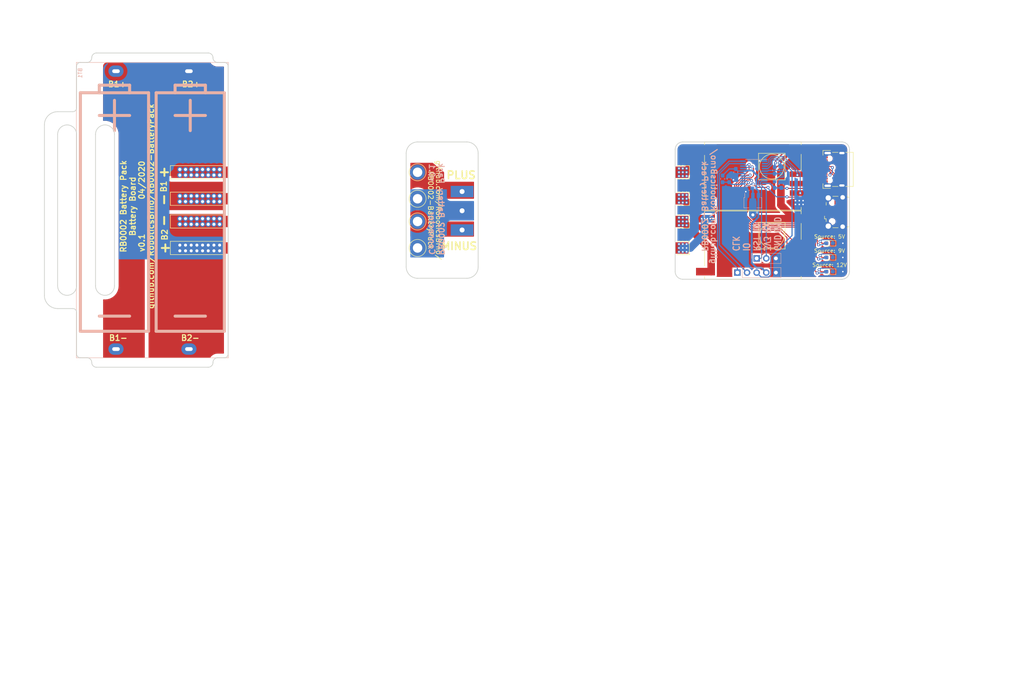
<source format=kicad_pcb>
(kicad_pcb (version 20171130) (host pcbnew 5.1.5-52549c5~86~ubuntu19.10.1)
  (layers (0 F.Cu signal) (31 B.Cu signal) (34 B.Paste user) (35 F.Paste user) (36 B.SilkS user) (37 F.SilkS user) (38 B.Mask user) (39 F.Mask user) (44 Edge.Cuts user))
  (net 0 "")
  (net 1 +3V3)
  (net 2 GND)
  (net 3 VBUS)
  (net 4 "Net-(D1-Pad2)")
  (net 5 "Net-(D2-Pad2)")
  (net 6 "Net-(D3-Pad2)")
  (net 7 D+)
  (net 8 D-)
  (net 9 RST)
  (net 10 SWCLK)
  (net 11 SWDIO)
  (net 12 RX)
  (net 13 TX)
  (net 14 "Net-(J13-Pad1)")
  (net 15 "Net-(J14-Pad1)")
  (net 16 "Net-(J15-Pad1)")
  (net 17 "Net-(J16-Pad1)")
  (net 18 "Net-(R5-Pad1)")
  (net 19 "Net-(R6-Pad1)")
  (net 20 "Net-(R7-Pad1)")
  (net 21 /VBUS_SENSE)
  (net 22 /OUT+)
  (net 23 /MID)
  (net 24 /OUT-)
  (net 25 /BP_B2+)
  (net 26 /BP_B2-)
  (net 27 /BP_B1-)
  (net 28 /BP_B1+)
  (net 29 B1_F)
  (net 30 B1_CH)
  (net 31 B2_F)
  (net 32 B2_CH)
  (module batteryPack:BAT_BK-18650-PC4 (layer B.Cu) (at 50 70 270)
    (fp_text reference BT1 (at -36.195 19.05 90) (layer B.SilkS) (effects (justify mirror)))
    (fp_text value BK-18650-PC4)
    (pad 2+ thru_hole oval (at -36.7 -9.65 270) (size 3 4) (drill oval 1 2) (layers *.Cu *.Mask) (net 25 /BP_B2+))
    (pad 2 thru_hole oval (at 36.7 -9.65 270) (size 3 4) (drill oval 1 2) (layers *.Cu *.Mask) (net 26 /BP_B2-))
    (pad 1 thru_hole oval (at 36.7 9.6 270) (size 3 4) (drill oval 1 2) (layers *.Cu *.Mask) (net 27 /BP_B1-))
    (pad 1+ thru_hole oval (at -36.7 9.6 270) (size 3 4) (drill oval 1 2) (layers *.Cu *.Mask) (net 28 /BP_B1+))
  )
  (module batteryPack:Terminal_1x03_P5.08mm_Horizontal (layer F.Cu) (at 131.75 75.25 90)
    (fp_text reference J6 hide)
    (fp_text value CableConnector)
    (pad 1 thru_hole rect (at 0 0 90) (size 3 6) (drill 1.3) (layers *.Cu *.Mask) (net 24 /OUT-))
    (pad 2 thru_hole rect (at 5.08 0 90) (size 3 6) (drill 1.3) (layers *.Cu *.Mask) (net 23 /MID))
    (pad 3 thru_hole rect (at 10.16 0 90) (size 3 6) (drill 1.3) (layers *.Cu *.Mask) (net 22 /OUT+))
  )
  (module batteryPack:TP5100-Module (layer F.Cu) (at 208.5 79.25 180)
    (fp_text reference U4 hide)
    (fp_text value TP5100-Module)
    (pad 7 smd rect (at -10.5 0.5 180) (size 5.5 1.5) (drill (offset -2 0)) (layers F.Cu F.Paste F.Mask) (net 31 B2_F))
    (pad 6 smd rect (at -10.5 -4.5 180) (size 5.5 1.5) (drill (offset -2 0)) (layers F.Cu F.Paste F.Mask) (net 32 B2_CH))
    (pad 5 smd rect (at -10.5 -2 180) (size 5.5 1.5) (drill (offset -2 0)) (layers F.Cu F.Paste F.Mask))
    (pad 4 smd rect (at 11 -7) (size 5 2) (drill (offset -1.5 0)) (layers F.Cu F.Paste F.Mask) (net 17 "Net-(J16-Pad1)"))
    (pad 3 smd rect (at 11 7) (size 5 2) (drill (offset -1.5 0)) (layers F.Cu F.Paste F.Mask) (net 16 "Net-(J15-Pad1)"))
    (pad 2 smd rect (at -11 7 180) (size 5 2) (drill (offset -1.5 0)) (layers F.Cu F.Paste F.Mask) (net 3 VBUS))
    (pad 1 smd rect (at -11 -7 180) (size 5 2) (drill (offset -1.5 0)) (layers F.Cu F.Paste F.Mask) (net 2 GND))
  )
  (module batteryPack:TP5100-Module (layer F.Cu) (at 208.5 61 180)
    (fp_text reference U1 hide)
    (fp_text value TP5100-Module)
    (pad 7 smd rect (at -10.5 0.5 180) (size 5.5 1.5) (drill (offset -2 0)) (layers F.Cu F.Paste F.Mask) (net 29 B1_F))
    (pad 6 smd rect (at -10.5 -4.5 180) (size 5.5 1.5) (drill (offset -2 0)) (layers F.Cu F.Paste F.Mask) (net 30 B1_CH))
    (pad 5 smd rect (at -10.5 -2 180) (size 5.5 1.5) (drill (offset -2 0)) (layers F.Cu F.Paste F.Mask))
    (pad 4 smd rect (at 11 -7) (size 5 2) (drill (offset -1.5 0)) (layers F.Cu F.Paste F.Mask) (net 15 "Net-(J14-Pad1)"))
    (pad 3 smd rect (at 11 7) (size 5 2) (drill (offset -1.5 0)) (layers F.Cu F.Paste F.Mask) (net 14 "Net-(J13-Pad1)"))
    (pad 2 smd rect (at -11 7 180) (size 5 2) (drill (offset -1.5 0)) (layers F.Cu F.Paste F.Mask) (net 3 VBUS))
    (pad 1 smd rect (at -11 -7 180) (size 5 2) (drill (offset -1.5 0)) (layers F.Cu F.Paste F.Mask) (net 2 GND))
  )
  (module Package_TO_SOT_SMD:SOT-89-3 (layer B.Cu) (at 208.5 67.75 270)
    (fp_text reference U3 hide)
    (fp_text value HT7533-1)
    (pad 2 smd custom (at -1.5625 0 270) (size 1.475 0.9) (layers B.Cu B.Paste B.Mask) (net 3 VBUS) (options (clearance outline) (anchor rect)) (primitives (gr_poly (pts (xy 0.7375 0.8665) (xy 3.8625 0.8665) (xy 3.8625 -0.8665) (xy 0.7375 -0.8665)) (width 0))))
    (pad 3 smd rect (at -1.65 -1.5 270) (size 1.3 0.9) (layers B.Cu B.Paste B.Mask) (net 1 +3V3))
    (pad 1 smd rect (at -1.65 1.5 270) (size 1.3 0.9) (layers B.Cu B.Paste B.Mask) (net 2 GND))
  )
  (module Package_SO:TSSOP-20_4.4x6.5mm_P0.65mm (layer B.Cu) (at 208.75 60 180)
    (fp_text reference U2 hide)
    (fp_text value STM32F030F4Px)
    (pad 20 smd roundrect (at 2.8625 2.925 180) (size 1.475 0.4) (layers B.Cu B.Paste B.Mask) (net 10 SWCLK))
    (pad 19 smd roundrect (at 2.8625 2.275 180) (size 1.475 0.4) (layers B.Cu B.Paste B.Mask) (net 11 SWDIO))
    (pad 18 smd roundrect (at 2.8625 1.625 180) (size 1.475 0.4) (layers B.Cu B.Paste B.Mask) (net 32 B2_CH))
    (pad 17 smd roundrect (at 2.8625 0.975 180) (size 1.475 0.4) (layers B.Cu B.Paste B.Mask) (net 20 "Net-(R7-Pad1)"))
    (pad 16 smd roundrect (at 2.8625 0.325 180) (size 1.475 0.4) (layers B.Cu B.Paste B.Mask) (net 1 +3V3))
    (pad 15 smd roundrect (at 2.8625 -0.325 180) (size 1.475 0.4) (layers B.Cu B.Paste B.Mask) (net 2 GND))
    (pad 14 smd roundrect (at 2.8625 -0.975 180) (size 1.475 0.4) (layers B.Cu B.Paste B.Mask) (net 31 B2_F))
    (pad 13 smd roundrect (at 2.8625 -1.625 180) (size 1.475 0.4) (layers B.Cu B.Paste B.Mask) (net 19 "Net-(R6-Pad1)"))
    (pad 12 smd roundrect (at 2.8625 -2.275 180) (size 1.475 0.4) (layers B.Cu B.Paste B.Mask) (net 18 "Net-(R5-Pad1)"))
    (pad 11 smd roundrect (at 2.8625 -2.925 180) (size 1.475 0.4) (layers B.Cu B.Paste B.Mask) (net 8 D-))
    (pad 10 smd roundrect (at -2.8625 -2.925 180) (size 1.475 0.4) (layers B.Cu B.Paste B.Mask) (net 7 D+))
    (pad 9 smd roundrect (at -2.8625 -2.275 180) (size 1.475 0.4) (layers B.Cu B.Paste B.Mask) (net 12 RX))
    (pad 8 smd roundrect (at -2.8625 -1.625 180) (size 1.475 0.4) (layers B.Cu B.Paste B.Mask) (net 13 TX))
    (pad 7 smd roundrect (at -2.8625 -0.975 180) (size 1.475 0.4) (layers B.Cu B.Paste B.Mask))
    (pad 6 smd roundrect (at -2.8625 -0.325 180) (size 1.475 0.4) (layers B.Cu B.Paste B.Mask) (net 21 /VBUS_SENSE))
    (pad 5 smd roundrect (at -2.8625 0.325 180) (size 1.475 0.4) (layers B.Cu B.Paste B.Mask) (net 1 +3V3))
    (pad 4 smd roundrect (at -2.8625 0.975 180) (size 1.475 0.4) (layers B.Cu B.Paste B.Mask) (net 9 RST))
    (pad 3 smd roundrect (at -2.8625 1.625 180) (size 1.475 0.4) (layers B.Cu B.Paste B.Mask) (net 29 B1_F))
    (pad 2 smd roundrect (at -2.8625 2.275 180) (size 1.475 0.4) (layers B.Cu B.Paste B.Mask) (net 30 B1_CH))
    (pad 1 smd roundrect (at -2.8625 2.925 180) (size 1.475 0.4) (layers B.Cu B.Paste B.Mask) (net 2 GND))
  )
  (module Resistor_SMD:R_0603_1608Metric_Pad1.05x0.95mm_HandSolder (layer B.Cu) (at 216 59.5 90)
    (fp_text reference R9 hide)
    (fp_text value 10k)
    (pad 2 smd roundrect (at 0.875 0 90) (size 1.05 0.95) (layers B.Cu B.Paste B.Mask) (net 2 GND))
    (pad 1 smd roundrect (at -0.875 0 90) (size 1.05 0.95) (layers B.Cu B.Paste B.Mask) (net 21 /VBUS_SENSE))
  )
  (module Resistor_SMD:R_0603_1608Metric_Pad1.05x0.95mm_HandSolder (layer B.Cu) (at 214.25 59.5 270)
    (fp_text reference R8 hide)
    (fp_text value 62k)
    (pad 2 smd roundrect (at 0.875 0 270) (size 1.05 0.95) (layers B.Cu B.Paste B.Mask) (net 21 /VBUS_SENSE))
    (pad 1 smd roundrect (at -0.875 0 270) (size 1.05 0.95) (layers B.Cu B.Paste B.Mask) (net 3 VBUS))
  )
  (module Resistor_SMD:R_0603_1608Metric_Pad1.05x0.95mm_HandSolder (layer B.Cu) (at 228.75 86.25)
    (fp_text reference R7 hide)
    (fp_text value 1k)
    (pad 2 smd roundrect (at 0.875 0) (size 1.05 0.95) (layers B.Cu B.Paste B.Mask) (net 6 "Net-(D3-Pad2)"))
    (pad 1 smd roundrect (at -0.875 0) (size 1.05 0.95) (layers B.Cu B.Paste B.Mask) (net 20 "Net-(R7-Pad1)"))
  )
  (module Resistor_SMD:R_0603_1608Metric_Pad1.05x0.95mm_HandSolder (layer B.Cu) (at 228.75 82.5)
    (fp_text reference R6 hide)
    (fp_text value 1k)
    (pad 2 smd roundrect (at 0.875 0) (size 1.05 0.95) (layers B.Cu B.Paste B.Mask) (net 5 "Net-(D2-Pad2)"))
    (pad 1 smd roundrect (at -0.875 0) (size 1.05 0.95) (layers B.Cu B.Paste B.Mask) (net 19 "Net-(R6-Pad1)"))
  )
  (module Resistor_SMD:R_0603_1608Metric_Pad1.05x0.95mm_HandSolder (layer B.Cu) (at 228.75 78.75)
    (fp_text reference R5 hide)
    (fp_text value 1k)
    (pad 2 smd roundrect (at 0.875 0) (size 1.05 0.95) (layers B.Cu B.Paste B.Mask) (net 4 "Net-(D1-Pad2)"))
    (pad 1 smd roundrect (at -0.875 0) (size 1.05 0.95) (layers B.Cu B.Paste B.Mask) (net 18 "Net-(R5-Pad1)"))
  )
  (module Resistor_SMD:R_0603_1608Metric_Pad1.05x0.95mm_HandSolder (layer B.Cu) (at 216 63.25 90)
    (fp_text reference R4 hide)
    (fp_text value 2k4)
    (pad 2 smd roundrect (at 0.875 0 90) (size 1.05 0.95) (layers B.Cu B.Paste B.Mask) (net 2 GND))
    (pad 1 smd roundrect (at -0.875 0 90) (size 1.05 0.95) (layers B.Cu B.Paste B.Mask) (net 7 D+))
  )
  (module Resistor_SMD:R_0603_1608Metric_Pad1.05x0.95mm_HandSolder (layer B.Cu) (at 214.25 63.25 270)
    (fp_text reference R3 hide)
    (fp_text value 10k)
    (pad 2 smd roundrect (at 0.875 0 270) (size 1.05 0.95) (layers B.Cu B.Paste B.Mask) (net 7 D+))
    (pad 1 smd roundrect (at -0.875 0 270) (size 1.05 0.95) (layers B.Cu B.Paste B.Mask) (net 1 +3V3))
  )
  (module Resistor_SMD:R_0603_1608Metric_Pad1.05x0.95mm_HandSolder (layer B.Cu) (at 202.25 61.75 90)
    (fp_text reference R2 hide)
    (fp_text value 2k4)
    (pad 2 smd roundrect (at 0.875 0 90) (size 1.05 0.95) (layers B.Cu B.Paste B.Mask) (net 2 GND))
    (pad 1 smd roundrect (at -0.875 0 90) (size 1.05 0.95) (layers B.Cu B.Paste B.Mask) (net 8 D-))
  )
  (module Resistor_SMD:R_0603_1608Metric_Pad1.05x0.95mm_HandSolder (layer B.Cu) (at 200.5 61.75 270)
    (fp_text reference R1 hide)
    (fp_text value 10k)
    (pad 2 smd roundrect (at 0.875 0 270) (size 1.05 0.95) (layers B.Cu B.Paste B.Mask) (net 8 D-))
    (pad 1 smd roundrect (at -0.875 0 270) (size 1.05 0.95) (layers B.Cu B.Paste B.Mask) (net 1 +3V3))
  )
  (module batteryPack:USB_C_Female-16Pin-HPJF (layer F.Cu) (at 227.25 59.25 90)
    (fp_text reference P1 hide)
    (fp_text value USB-C)
    (pad A12 smd rect (at 3.35 0 90) (size 0.3 2) (layers F.Cu F.Paste F.Mask) (net 2 GND))
    (pad B1 smd rect (at 3.05 0 90) (size 0.3 2) (layers F.Cu F.Paste F.Mask) (net 2 GND))
    (pad A9 smd rect (at 2.55 0 90) (size 0.3 2) (layers F.Cu F.Paste F.Mask) (net 3 VBUS))
    (pad B4 smd rect (at 2.25 0 90) (size 0.3 2) (layers F.Cu F.Paste F.Mask) (net 3 VBUS))
    (pad B9 smd rect (at -2.25 0 90) (size 0.3 2) (layers F.Cu F.Paste F.Mask) (net 3 VBUS))
    (pad A4 smd rect (at -2.55 0 90) (size 0.3 2) (layers F.Cu F.Paste F.Mask) (net 3 VBUS))
    (pad B12 smd rect (at -3.05 0 90) (size 0.3 2) (layers F.Cu F.Paste F.Mask) (net 2 GND))
    (pad A1 smd rect (at -3.35 0 90) (size 0.3 2) (layers F.Cu F.Paste F.Mask) (net 2 GND))
    (pad "" np_thru_hole circle (at 2.89 1.5 180) (size 0.7 0.7) (drill 0.7) (layers *.Cu *.Mask))
    (pad "" np_thru_hole circle (at -2.89 1.5 180) (size 0.7 0.7) (drill 0.7) (layers *.Cu *.Mask))
    (pad S1 thru_hole oval (at 4.32 4.75 90) (size 1 1.8) (drill oval 0.6 1.4) (layers *.Cu *.Mask) (net 2 GND))
    (pad S1 thru_hole oval (at -4.25 4.75 90) (size 1 1.8) (drill oval 0.6 1.4) (layers *.Cu *.Mask) (net 2 GND))
    (pad S1 thru_hole oval (at 4.32 1 90) (size 1 2.1) (drill oval 0.6 1.7) (layers *.Cu *.Mask) (net 2 GND))
    (pad S1 thru_hole oval (at -4.32 1 90) (size 1 2.1) (drill oval 0.6 1.7) (layers *.Cu *.Mask) (net 2 GND))
    (pad B5 smd rect (at 1.75 0 90) (size 0.3 2) (layers F.Cu F.Paste F.Mask))
    (pad B8 smd rect (at -1.75 0 90) (size 0.3 2) (layers F.Cu F.Paste F.Mask))
    (pad A8 smd rect (at 1.25 0 90) (size 0.3 2) (layers F.Cu F.Paste F.Mask))
    (pad A5 smd rect (at -1.25 0 90) (size 0.3 2) (layers F.Cu F.Paste F.Mask))
    (pad B6 smd rect (at 0.75 0 90) (size 0.3 2) (layers F.Cu F.Paste F.Mask) (net 7 D+))
    (pad B7 smd rect (at -0.75 0 90) (size 0.3 2) (layers F.Cu F.Paste F.Mask) (net 8 D-))
    (pad A7 smd rect (at 0.25 0 90) (size 0.3 2) (layers F.Cu F.Paste F.Mask) (net 8 D-))
    (pad A6 smd rect (at -0.25 0 90) (size 0.3 2) (layers F.Cu F.Paste F.Mask) (net 7 D+))
  )
  (module batteryPack:2mm_Banana-Plug (layer F.Cu) (at 188 73 90)
    (fp_text reference J16 hide)
    (fp_text value B2-)
    (pad 1 smd rect (at 0 1.75 90) (size 3 3.5) (layers F.Cu F.Paste F.Mask) (net 17 "Net-(J16-Pad1)"))
  )
  (module batteryPack:2mm_Banana-Plug (layer F.Cu) (at 188 80 90)
    (fp_text reference J15 hide)
    (fp_text value B2+)
    (pad 1 smd rect (at 0 1.75 90) (size 3 3.5) (layers F.Cu F.Paste F.Mask) (net 16 "Net-(J15-Pad1)"))
  )
  (module batteryPack:2mm_Banana-Plug (layer F.Cu) (at 188 67 90)
    (fp_text reference J14 hide)
    (fp_text value B1-)
    (pad 1 smd rect (at 0 1.75 90) (size 3 3.5) (layers F.Cu F.Paste F.Mask) (net 15 "Net-(J14-Pad1)"))
  )
  (module batteryPack:2mm_Banana-Plug (layer F.Cu) (at 188 60 90)
    (fp_text reference J13 hide)
    (fp_text value B1+)
    (pad 1 smd rect (at 0 1.75 90) (size 3 3.5) (layers F.Cu F.Paste F.Mask) (net 14 "Net-(J13-Pad1)"))
  )
  (module batteryPack:2mm_Banana-Socket (layer F.Cu) (at 70 73 270)
    (fp_text reference J12 hide)
    (fp_text value B2-)
    (pad 1 smd rect (at 0 7.5 270) (size 3 15) (layers F.Cu F.Paste F.Mask) (net 26 /BP_B2-))
  )
  (module batteryPack:2mm_Banana-Socket (layer F.Cu) (at 70 67 270)
    (fp_text reference J11 hide)
    (fp_text value B1-)
    (pad 1 smd rect (at 0 7.5 270) (size 3 15) (layers F.Cu F.Paste F.Mask) (net 27 /BP_B1-))
  )
  (module batteryPack:2mm_Banana-Socket (layer F.Cu) (at 70 60 270)
    (fp_text reference J10 hide)
    (fp_text value B1+)
    (pad 1 smd rect (at 0 7.5 270) (size 3 15) (layers F.Cu F.Paste F.Mask) (net 28 /BP_B1+))
  )
  (module batteryPack:2mm_Banana-Socket (layer F.Cu) (at 70 80 270)
    (fp_text reference J9 hide)
    (fp_text value B2+)
    (pad 1 smd rect (at 0 7.5 270) (size 3 15) (layers F.Cu F.Paste F.Mask) (net 25 /BP_B2+))
  )
  (module Connector_PinHeader_2.54mm:PinHeader_1x03_P2.54mm_Vertical (layer B.Cu) (at 209.5 82.75 270)
    (fp_text reference J8 hide)
    (fp_text value UART)
    (pad 3 thru_hole oval (at 0 -5.08 270) (size 1.7 1.7) (drill 1) (layers *.Cu *.Mask) (net 2 GND))
    (pad 2 thru_hole oval (at 0 -2.54 270) (size 1.7 1.7) (drill 1) (layers *.Cu *.Mask) (net 12 RX))
    (pad 1 thru_hole rect (at 0 0 270) (size 1.7 1.7) (drill 1) (layers *.Cu *.Mask) (net 13 TX))
  )
  (module Connector_PinHeader_2.54mm:PinHeader_1x05_P2.54mm_Vertical (layer B.Cu) (at 204.42 86.5 270)
    (fp_text reference J7 hide)
    (fp_text value SWD)
    (pad 5 thru_hole oval (at 0 -10.16 270) (size 1.7 1.7) (drill 1) (layers *.Cu *.Mask) (net 2 GND))
    (pad 4 thru_hole oval (at 0 -7.62 270) (size 1.7 1.7) (drill 1) (layers *.Cu *.Mask) (net 1 +3V3))
    (pad 3 thru_hole oval (at 0 -5.08 270) (size 1.7 1.7) (drill 1) (layers *.Cu *.Mask) (net 9 RST))
    (pad 2 thru_hole oval (at 0 -2.54 270) (size 1.7 1.7) (drill 1) (layers *.Cu *.Mask) (net 11 SWDIO))
    (pad 1 thru_hole rect (at 0 0 270) (size 1.7 1.7) (drill 1) (layers *.Cu *.Mask) (net 10 SWCLK))
  )
  (module batteryPack:2mm_Banana-Vertical (layer F.Cu) (at 120 80)
    (fp_text reference J5 hide)
    (fp_text value B2+)
    (pad 1 thru_hole circle (at 0 0) (size 4 4) (drill 2.5) (layers *.Cu *.Mask) (net 23 /MID))
  )
  (module batteryPack:2mm_Banana-Vertical (layer F.Cu) (at 120 73)
    (fp_text reference J4 hide)
    (fp_text value B2-)
    (pad 1 thru_hole circle (at 0 0) (size 4 4) (drill 2.5) (layers *.Cu *.Mask) (net 24 /OUT-))
  )
  (module batteryPack:2mm_Banana-Vertical (layer F.Cu) (at 120 67)
    (fp_text reference J3 hide)
    (fp_text value B1-)
    (pad 1 thru_hole circle (at 0 0) (size 4 4) (drill 2.5) (layers *.Cu *.Mask) (net 23 /MID))
  )
  (module batteryPack:2mm_Banana-Vertical (layer F.Cu) (at 120 60)
    (fp_text reference J2 hide)
    (fp_text value B1+)
    (pad 1 thru_hole circle (at 0 0) (size 4 4) (drill 2.5) (layers *.Cu *.Mask) (net 22 /OUT+))
  )
  (module Connector_USB:USB_Micro-B_Wuerth_629105150521_CircularHoles (layer F.Cu) (at 230.25 70.5 90)
    (fp_text reference J1 hide)
    (fp_text value "Mirco USB")
    (pad "" np_thru_hole circle (at 2.5 -0.8 90) (size 0.8 0.8) (drill 0.8) (layers *.Cu *.Mask))
    (pad "" np_thru_hole circle (at -2.5 -0.8 90) (size 0.8 0.8) (drill 0.8) (layers *.Cu *.Mask))
    (pad 6 thru_hole circle (at 3.875 1.95 90) (size 1.8 1.8) (drill 1.2) (layers *.Cu *.Mask) (net 2 GND))
    (pad 6 thru_hole circle (at -3.875 1.95 90) (size 1.8 1.8) (drill 1.2) (layers *.Cu *.Mask) (net 2 GND))
    (pad 6 thru_hole circle (at 3.725 -1.85 90) (size 2 2) (drill 1.4) (layers *.Cu *.Mask) (net 2 GND))
    (pad 6 thru_hole circle (at -3.725 -1.85 90) (size 2 2) (drill 1.4) (layers *.Cu *.Mask) (net 2 GND))
    (pad 5 smd rect (at 1.3 -1.9 90) (size 0.45 1.3) (layers F.Cu F.Paste F.Mask) (net 2 GND))
    (pad 4 smd rect (at 0.65 -1.9 90) (size 0.45 1.3) (layers F.Cu F.Paste F.Mask))
    (pad 3 smd rect (at 0 -1.9 90) (size 0.45 1.3) (layers F.Cu F.Paste F.Mask) (net 7 D+))
    (pad 2 smd rect (at -0.65 -1.9 90) (size 0.45 1.3) (layers F.Cu F.Paste F.Mask) (net 8 D-))
    (pad 1 smd rect (at -1.3 -1.9 90) (size 0.45 1.3) (layers F.Cu F.Paste F.Mask) (net 3 VBUS))
  )
  (module MountingHole:MountingHole_3.2mm_M3 (layer F.Cu) (at 129 84)
    (fp_text reference H2 hide)
    (fp_text value MountingHole)
    (pad 1 np_thru_hole circle (at 0 0) (size 3.2 3.2) (drill 3.2) (layers *.Cu *.Mask))
  )
  (module MountingHole:MountingHole_3.2mm_M3 (layer F.Cu) (at 129 56)
    (fp_text reference H1 hide)
    (fp_text value MountingHole)
    (pad 1 np_thru_hole circle (at 0 0) (size 3.2 3.2) (drill 3.2) (layers *.Cu *.Mask))
  )
  (module LED_SMD:LED_0603_1608Metric_Pad1.05x0.95mm_HandSolder (layer F.Cu) (at 228.75 86.25 180)
    (fp_text reference D3 hide)
    (fp_text value LED_12V)
    (pad 1 smd roundrect (at -0.875 0 180) (size 1.05 0.95) (layers F.Cu F.Paste F.Mask) (net 2 GND))
    (pad 2 smd roundrect (at 0.875 0 180) (size 1.05 0.95) (layers F.Cu F.Paste F.Mask) (net 6 "Net-(D3-Pad2)"))
  )
  (module LED_SMD:LED_0603_1608Metric_Pad1.05x0.95mm_HandSolder (layer F.Cu) (at 228.75 82.5 180)
    (fp_text reference D2 hide)
    (fp_text value LED_9V)
    (pad 1 smd roundrect (at -0.875 0 180) (size 1.05 0.95) (layers F.Cu F.Paste F.Mask) (net 2 GND))
    (pad 2 smd roundrect (at 0.875 0 180) (size 1.05 0.95) (layers F.Cu F.Paste F.Mask) (net 5 "Net-(D2-Pad2)"))
  )
  (module LED_SMD:LED_0603_1608Metric_Pad1.05x0.95mm_HandSolder (layer F.Cu) (at 228.75 78.75 180)
    (fp_text reference D1 hide)
    (fp_text value LED_5V)
    (pad 1 smd roundrect (at -0.875 0 180) (size 1.05 0.95) (layers F.Cu F.Paste F.Mask) (net 2 GND))
    (pad 2 smd roundrect (at 0.875 0 180) (size 1.05 0.95) (layers F.Cu F.Paste F.Mask) (net 4 "Net-(D1-Pad2)"))
  )
  (module Capacitor_SMD:C_0603_1608Metric_Pad1.05x0.95mm_HandSolder (layer B.Cu) (at 207.5 64.25)
    (fp_text reference C2 hide)
    (fp_text value 470n)
    (pad 2 smd roundrect (at 0.875 0) (size 1.05 0.95) (layers B.Cu B.Paste B.Mask) (net 3 VBUS))
    (pad 1 smd roundrect (at -0.875 0) (size 1.05 0.95) (layers B.Cu B.Paste B.Mask) (net 2 GND))
  )
  (module Capacitor_SMD:C_0603_1608Metric_Pad1.05x0.95mm_HandSolder (layer B.Cu) (at 204 60 90)
    (fp_text reference C1 hide)
    (fp_text value 470n)
    (pad 2 smd roundrect (at 0.875 0 90) (size 1.05 0.95) (layers B.Cu B.Paste B.Mask) (net 1 +3V3))
    (pad 1 smd roundrect (at -0.875 0 90) (size 1.05 0.95) (layers B.Cu B.Paste B.Mask) (net 2 GND))
  )
  (gr_line (start 31 109) (end 32.75 109) (layer Edge.Cuts) (width 0.2))
  (gr_line (start 67.25 109) (end 69 109) (layer Edge.Cuts) (width 0.2))
  (gr_arc (start 67.25 110.25) (end 67.25 109) (angle -90) (layer Edge.Cuts) (width 0.2))
  (gr_arc (start 35.25 110.25) (end 34 110.25) (angle -90) (layer Edge.Cuts) (width 0.2))
  (gr_line (start 35.25 111.5) (end 64.75 111.5) (layer Edge.Cuts) (width 0.2))
  (gr_arc (start 64.75 110.25) (end 64.75 111.5) (angle -90) (layer Edge.Cuts) (width 0.2))
  (gr_arc (start 32.75 110.25) (end 34 110.25) (angle -90) (layer Edge.Cuts) (width 0.2))
  (gr_line (start 32.75 31) (end 31 31) (layer Edge.Cuts) (width 0.2))
  (gr_line (start 69 31) (end 67.25 31) (layer Edge.Cuts) (width 0.2))
  (gr_arc (start 35.25 29.75) (end 35.25 28.5) (angle -90) (layer Edge.Cuts) (width 0.2))
  (gr_arc (start 32.75 29.75) (end 32.75 31) (angle -90) (layer Edge.Cuts) (width 0.2))
  (gr_arc (start 67.25 29.75) (end 66 29.75) (angle -90) (layer Edge.Cuts) (width 0.2))
  (gr_arc (start 64.75 29.75) (end 66 29.75) (angle -90) (layer Edge.Cuts) (width 0.2))
  (gr_line (start 64.75 28.5) (end 35.25 28.5) (layer Edge.Cuts) (width 0.2))
  (gr_line (start 21.5 47.5) (end 21.5 92.5) (layer Edge.Cuts) (width 0.2))
  (gr_arc (start 25 92.5) (end 21.5 92.5) (angle -90) (layer Edge.Cuts) (width 0.2))
  (gr_line (start 29 96) (end 25 96) (layer Edge.Cuts) (width 0.2))
  (gr_arc (start 25 47.5) (end 25 44) (angle -90) (layer Edge.Cuts) (width 0.2))
  (gr_line (start 29 44) (end 25 44) (layer Edge.Cuts) (width 0.2))
  (gr_line (start 25 50) (end 25 90) (layer Edge.Cuts) (width 0.2))
  (gr_arc (start 27.5 50) (end 30 50) (angle -180) (layer Edge.Cuts) (width 0.2))
  (gr_arc (start 27.5 90) (end 25 90) (angle -180) (layer Edge.Cuts) (width 0.2))
  (gr_line (start 30 50) (end 30 90) (layer Edge.Cuts) (width 0.2))
  (gr_arc (start 29 97) (end 30 97) (angle -90) (layer Edge.Cuts) (width 0.2))
  (gr_line (start 30 97) (end 30 108) (layer Edge.Cuts) (width 0.2))
  (gr_arc (start 29 43) (end 29 44) (angle -90) (layer Edge.Cuts) (width 0.2))
  (gr_line (start 30 32) (end 30 43) (layer Edge.Cuts) (width 0.2))
  (gr_line (start 40 50) (end 40 90) (layer Edge.Cuts) (width 0.2))
  (gr_arc (start 37.5 50) (end 40 50) (angle -180) (layer Edge.Cuts) (width 0.2))
  (gr_line (start 35 50) (end 35 90) (layer Edge.Cuts) (width 0.2))
  (gr_arc (start 37.5 90) (end 35 90) (angle -180) (layer Edge.Cuts) (width 0.2))
  (gr_text "github.com/RoboticsBrno/\nRB0002-BatteryPack" (at 124.5 70 270) (layer F.SilkS) (effects (font (size 1.3 1.3) (thickness 0.2))))
  (gr_text "RB0002 Battery Pack\nConnector       v0.1" (at 125 69.75 270) (layer B.SilkS) (effects (font (size 1.5 1.5) (thickness 0.3)) (justify mirror)))
  (gr_arc (start 232 86.25) (end 232 88.25) (angle -90) (layer Edge.Cuts) (width 0.2))
  (gr_arc (start 190 86.25) (end 188 86.25) (angle -90) (layer Edge.Cuts) (width 0.2))
  (gr_arc (start 190 54) (end 190 52) (angle -90) (layer Edge.Cuts) (width 0.2))
  (gr_arc (start 232 54) (end 234 54) (angle -90) (layer Edge.Cuts) (width 0.2))
  (gr_text "github.com/RoboticsBrno/\nRB0002-BatteryPack" (at 197 69 270) (layer B.SilkS) (effects (font (size 1.5 1.5) (thickness 0.3)) (justify mirror)))
  (gr_text "GND\nRX\nTX" (at 212.25 76.25 270) (layer B.SilkS) (effects (font (size 1.7 1.4) (thickness 0.3)) (justify left mirror)))
  (gr_text "GND\n3V3\nRST\nIO\nCLK" (at 209.5 81 270) (layer B.SilkS) (effects (font (size 1.7 1.4) (thickness 0.3)) (justify left mirror)))
  (gr_text "Source: 12V" (at 228.75 84.5) (layer F.SilkS) (effects (font (size 1 1))))
  (gr_text "Source: 9V" (at 228.75 80.75) (layer F.SilkS) (effects (font (size 1 1))))
  (gr_text "Source: 5V" (at 228.75 77) (layer F.SilkS) (effects (font (size 1 1))))
  (gr_arc (start 69 32) (end 70 32) (angle -90) (layer Edge.Cuts) (width 0.2))
  (gr_arc (start 31 32) (end 31 31) (angle -90) (layer Edge.Cuts) (width 0.2))
  (gr_arc (start 31 108) (end 30 108) (angle -90) (layer Edge.Cuts) (width 0.2))
  (gr_arc (start 69 108) (end 69 109) (angle -90) (layer Edge.Cuts) (width 0.2))
  (gr_text "RB0002 Battery Pack\nBattery Board\nv0.1        04/2020\ngithub.com/RoboticsBrno/RB0002-BatteryPack" (at 46 69 90) (layer F.SilkS) (effects (font (size 1.5 1.5) (thickness 0.3))))
  (gr_line (start 36 39) (end 36 37) (layer B.SilkS) (width 0.8))
  (gr_line (start 44 37) (end 44 39) (layer B.SilkS) (width 0.8))
  (gr_line (start 36 98) (end 44 98) (layer B.SilkS) (width 0.8))
  (gr_line (start 49 102) (end 31 102) (layer B.SilkS) (width 0.8))
  (gr_line (start 49 39) (end 49 102) (layer B.SilkS) (width 0.8))
  (gr_line (start 31 102) (end 31 39) (layer B.SilkS) (width 0.8))
  (gr_line (start 36 37) (end 44 37) (layer B.SilkS) (width 0.8))
  (gr_line (start 31 39) (end 49 39) (layer B.SilkS) (width 0.8))
  (gr_line (start 40 41) (end 40 49) (layer B.SilkS) (width 0.8))
  (gr_line (start 36 45) (end 44 45) (layer B.SilkS) (width 0.8))
  (gr_line (start 56 98) (end 64 98) (layer B.SilkS) (width 0.8))
  (gr_line (start 51 39) (end 69 39) (layer B.SilkS) (width 0.8))
  (gr_line (start 69 102) (end 51 102) (layer B.SilkS) (width 0.8))
  (gr_line (start 51 102) (end 51 39) (layer B.SilkS) (width 0.8))
  (gr_line (start 56 39) (end 56 37) (layer B.SilkS) (width 0.8))
  (gr_line (start 56 37) (end 64 37) (layer B.SilkS) (width 0.8))
  (gr_line (start 60 41) (end 60 49) (layer B.SilkS) (width 0.8))
  (gr_line (start 64 37) (end 64 39) (layer B.SilkS) (width 0.8))
  (gr_line (start 56 45) (end 64 45) (layer B.SilkS) (width 0.8))
  (gr_line (start 69 39) (end 69 102) (layer B.SilkS) (width 0.8))
  (gr_text B1- (at 41 103.75) (layer F.SilkS) (effects (font (size 1.5 1.5) (thickness 0.3))))
  (gr_text B2- (at 60 103.75) (layer F.SilkS) (effects (font (size 1.5 1.5) (thickness 0.3))))
  (gr_text B2+ (at 60.25 36.75) (layer F.SilkS) (effects (font (size 1.5 1.5) (thickness 0.3))))
  (gr_text B1+ (at 40.75 36.75) (layer F.SilkS) (effects (font (size 1.5 1.5) (thickness 0.3))))
  (gr_text B1 (at 53 63.75 90) (layer F.SilkS) (effects (font (size 1.5 1.5) (thickness 0.3))))
  (gr_text B2 (at 53.25 76.5 90) (layer F.SilkS) (effects (font (size 1.5 1.5) (thickness 0.3))))
  (gr_text + (at 53.25 80 90) (layer F.SilkS) (effects (font (size 2.5 2.5) (thickness 0.5))))
  (gr_text _ (at 51.75 72.75 90) (layer F.SilkS) (effects (font (size 2.5 2.5) (thickness 0.5))))
  (gr_text _ (at 51.75 67.25 90) (layer F.SilkS) (effects (font (size 2.5 2.5) (thickness 0.5))))
  (gr_text + (at 53 60 90) (layer F.SilkS) (effects (font (size 2.5 2.5) (thickness 0.5))))
  (gr_arc (start 120 55) (end 120 52) (angle -90) (layer Edge.Cuts) (width 0.2))
  (gr_arc (start 120 85) (end 117 85) (angle -90) (layer Edge.Cuts) (width 0.2))
  (gr_arc (start 133 85) (end 133 88) (angle -90) (layer Edge.Cuts) (width 0.2))
  (gr_arc (start 133 55) (end 136 55) (angle -90) (layer Edge.Cuts) (width 0.2))
  (gr_text MINUS (at 131 79.5) (layer F.SilkS) (effects (font (size 2 2) (thickness 0.4))))
  (gr_text PLUS (at 131.5 60.75) (layer F.SilkS) (effects (font (size 2 2) (thickness 0.4))))
  (gr_line (start 70 32) (end 70 108) (layer Edge.Cuts) (width 0.2))
  (gr_line (start 120 52) (end 133 52) (layer Edge.Cuts) (width 0.2))
  (gr_line (start 117 85) (end 117 55) (layer Edge.Cuts) (width 0.2))
  (gr_line (start 133 88) (end 120 88) (layer Edge.Cuts) (width 0.2))
  (gr_line (start 136 55) (end 136 85) (layer Edge.Cuts) (width 0.2))
  (gr_line (start 232 88.25) (end 190 88.25) (layer Edge.Cuts) (width 0.2))
  (gr_line (start 234 54) (end 234 86.25) (layer Edge.Cuts) (width 0.2))
  (gr_line (start 190 52) (end 232 52) (layer Edge.Cuts) (width 0.2))
  (gr_line (start 188 86.25) (end 188 54) (layer Edge.Cuts) (width 0.2))
  (segment (start 204.55 59.675) (end 205.8875 59.675) (width 0.3) (layer B.Cu) (net 1))
  (segment (start 204 59.125) (end 204.55 59.675) (width 0.3) (layer B.Cu) (net 1))
  (segment (start 202.25 59.125) (end 204 59.125) (width 0.3) (layer B.Cu) (net 1))
  (segment (start 200.5 60.875) (end 202.25 59.125) (width 0.3) (layer B.Cu) (net 1))
  (segment (start 210.775 59.675) (end 210 60.45) (width 0.3) (layer B.Cu) (net 1))
  (segment (start 210 60.45) (end 210 61.25) (width 0.3) (layer B.Cu) (net 1))
  (segment (start 211.6125 59.675) (end 210.775 59.675) (width 0.3) (layer B.Cu) (net 1))
  (segment (start 215.37499 61.25001) (end 214.749072 61.875928) (width 0.3) (layer B.Cu) (net 1))
  (segment (start 216.49999 61.25001) (end 215.37499 61.25001) (width 0.3) (layer B.Cu) (net 1))
  (segment (start 216.82501 60.92499) (end 216.49999 61.25001) (width 0.3) (layer B.Cu) (net 1))
  (segment (start 211.6125 59.675) (end 212.45 59.675) (width 0.3) (layer B.Cu) (net 1))
  (segment (start 212.625 59.5) (end 216.5 59.5) (width 0.3) (layer B.Cu) (net 1))
  (segment (start 216.82501 59.82501) (end 216.82501 60.92499) (width 0.3) (layer B.Cu) (net 1))
  (segment (start 214.749072 61.875928) (end 214.25 62.375) (width 0.3) (layer B.Cu) (net 1))
  (segment (start 212.45 59.675) (end 212.625 59.5) (width 0.3) (layer B.Cu) (net 1))
  (segment (start 216.5 59.5) (end 216.82501 59.82501) (width 0.3) (layer B.Cu) (net 1))
  (segment (start 209.95001 66.14999) (end 210 66.1) (width 0.5) (layer B.Cu) (net 1))
  (segment (start 209.95001 71.850613) (end 209.95001 66.14999) (width 0.5) (layer B.Cu) (net 1))
  (segment (start 208.199999 73.600624) (end 209.95001 71.850613) (width 0.5) (layer B.Cu) (net 1))
  (segment (start 208.199999 83.960001) (end 208.199999 73.600624) (width 0.5) (layer B.Cu) (net 1))
  (segment (start 210.739999 85.199999) (end 209.439997 85.199999) (width 0.5) (layer B.Cu) (net 1))
  (segment (start 209.439997 85.199999) (end 208.199999 83.960001) (width 0.5) (layer B.Cu) (net 1))
  (segment (start 212.04 86.5) (end 210.739999 85.199999) (width 0.5) (layer B.Cu) (net 1))
  (segment (start 209.424971 64.374971) (end 209.424971 61.825029) (width 0.5) (layer B.Cu) (net 1))
  (segment (start 209.424971 61.825029) (end 210 61.25) (width 0.5) (layer B.Cu) (net 1))
  (segment (start 206.964493 59.520398) (end 206.809891 59.675) (width 0.5) (layer B.Cu) (net 1))
  (segment (start 210 61.25) (end 210 61.193602) (width 0.5) (layer B.Cu) (net 1))
  (segment (start 206.625 59.675) (end 205.8875 59.675) (width 0.5) (layer B.Cu) (net 1))
  (segment (start 208.326796 59.520398) (end 206.964493 59.520398) (width 0.5) (layer B.Cu) (net 1))
  (segment (start 206.809891 59.675) (end 206.625 59.675) (width 0.5) (layer B.Cu) (net 1))
  (segment (start 210 61.193602) (end 208.326796 59.520398) (width 0.5) (layer B.Cu) (net 1))
  (segment (start 210 66.1) (end 210 64.95) (width 0.5) (layer B.Cu) (net 1))
  (segment (start 210 64.95) (end 209.424971 64.374971) (width 0.5) (layer B.Cu) (net 1))
  (via (at 221.75 68.5) (size 0.8) (drill 0.4) (layers F.Cu B.Cu) (net 2))
  (segment (start 204.55 60.325) (end 204 60.875) (width 0.3) (layer B.Cu) (net 2))
  (segment (start 205.8875 60.325) (end 204.55 60.325) (width 0.3) (layer B.Cu) (net 2))
  (segment (start 202.25 60.875) (end 204 60.875) (width 0.3) (layer B.Cu) (net 2))
  (via (at 210.25 57) (size 0.8) (drill 0.4) (layers F.Cu B.Cu) (net 2))
  (segment (start 211.6125 57.075) (end 210.325 57.075) (width 0.3) (layer B.Cu) (net 2))
  (segment (start 210.325 57.075) (end 210.25 57) (width 0.3) (layer B.Cu) (net 2))
  (segment (start 216 62.375) (end 217.71728 62.375) (width 0.3) (layer B.Cu) (net 2))
  (segment (start 217.71728 62.375) (end 218.09228 62) (width 0.3) (layer B.Cu) (net 2))
  (via (at 232.25 78.75) (size 0.8) (drill 0.4) (layers F.Cu B.Cu) (net 2))
  (segment (start 231.125 78.75) (end 232.25 78.75) (width 0.25) (layer F.Cu) (net 2))
  (via (at 232.25 82.5) (size 0.8) (drill 0.4) (layers F.Cu B.Cu) (net 2))
  (segment (start 231.125 82.5) (end 232.25 82.5) (width 0.25) (layer F.Cu) (net 2))
  (via (at 232.25 86.25) (size 0.8) (drill 0.4) (layers F.Cu B.Cu) (net 2))
  (segment (start 231.125 86.25) (end 232.25 86.25) (width 0.25) (layer F.Cu) (net 2))
  (via (at 219.75 67.5) (size 0.8) (drill 0.4) (layers F.Cu B.Cu) (net 2))
  (via (at 219.75 68.5) (size 0.8) (drill 0.4) (layers F.Cu B.Cu) (net 2))
  (via (at 220.75 67.5) (size 0.8) (drill 0.4) (layers F.Cu B.Cu) (net 2))
  (via (at 220.75 68.5) (size 0.8) (drill 0.4) (layers F.Cu B.Cu) (net 2))
  (via (at 221.75 67.5) (size 0.8) (drill 0.4) (layers F.Cu B.Cu) (net 2))
  (segment (start 228.35 66.825) (end 228.4 66.775) (width 0.25) (layer F.Cu) (net 2))
  (segment (start 228.35 69.2) (end 228.35 66.825) (width 0.25) (layer F.Cu) (net 2))
  (segment (start 227.25 56.2) (end 227.25 55.9) (width 0.25) (layer F.Cu) (net 2))
  (segment (start 227.25 62.6) (end 227.25 62.3) (width 0.25) (layer F.Cu) (net 2))
  (segment (start 216.475 58.625) (end 218 60.15) (width 0.25) (layer B.Cu) (net 2))
  (segment (start 216 58.625) (end 216.475 58.625) (width 0.25) (layer B.Cu) (net 2))
  (segment (start 218 60.15) (end 218 62.25) (width 0.25) (layer B.Cu) (net 2))
  (segment (start 217.875 62.375) (end 216 62.375) (width 0.25) (layer B.Cu) (net 2))
  (segment (start 218 62.25) (end 217.875 62.375) (width 0.25) (layer B.Cu) (net 2))
  (via (at 206.625 65.125) (size 0.8) (drill 0.4) (layers F.Cu B.Cu) (net 2))
  (segment (start 206.625 64.25) (end 206.625 65.125) (width 0.5) (layer B.Cu) (net 2))
  (segment (start 206.625 65.725) (end 207 66.1) (width 0.5) (layer B.Cu) (net 2))
  (segment (start 206.625 65.125) (end 206.625 65.725) (width 0.5) (layer B.Cu) (net 2))
  (segment (start 203.4 62) (end 203.37497 62) (width 0.3) (layer B.Cu) (net 2))
  (segment (start 204 61.4) (end 203.4 62) (width 0.3) (layer B.Cu) (net 2))
  (via (at 203.37497 62) (size 0.8) (drill 0.4) (layers F.Cu B.Cu) (net 2))
  (segment (start 204 60.875) (end 204 61.4) (width 0.3) (layer B.Cu) (net 2))
  (segment (start 216 58) (end 215.899999 57.899999) (width 0.3) (layer B.Cu) (net 2))
  (segment (start 215.899999 57.899999) (end 215.5 57.5) (width 0.3) (layer B.Cu) (net 2))
  (via (at 215.5 57.5) (size 0.8) (drill 0.4) (layers F.Cu B.Cu) (net 2))
  (segment (start 216 58.625) (end 216 58) (width 0.3) (layer B.Cu) (net 2))
  (segment (start 220.361283 72.25) (end 219.5 72.25) (width 2) (layer F.Cu) (net 3))
  (via (at 208.5 71.25) (size 1.4) (drill 0.8) (layers F.Cu B.Cu) (net 3))
  (segment (start 219.5 72.25) (end 209.5 72.25) (width 2) (layer F.Cu) (net 3))
  (segment (start 209.5 72.25) (end 208.5 71.25) (width 2) (layer F.Cu) (net 3))
  (segment (start 208.5 70.260051) (end 208.5 67.860002) (width 2) (layer B.Cu) (net 3))
  (segment (start 208.5 71.25) (end 208.5 70.260051) (width 2) (layer B.Cu) (net 3))
  (segment (start 208.5 64.375) (end 208.625 64.25) (width 0.5) (layer B.Cu) (net 3))
  (segment (start 208.5 66.1875) (end 208.5 64.375) (width 0.5) (layer B.Cu) (net 3))
  (segment (start 215.899998 59.850002) (end 215.899998 68.649998) (width 2) (layer F.Cu) (net 3))
  (segment (start 219.5 54) (end 219.5 56.25) (width 2) (layer F.Cu) (net 3))
  (segment (start 219.5 56.25) (end 215.899998 59.850002) (width 2) (layer F.Cu) (net 3))
  (segment (start 215.899998 68.649998) (end 219.5 72.25) (width 2) (layer F.Cu) (net 3))
  (via (at 214.5 57.5) (size 0.8) (drill 0.4) (layers F.Cu B.Cu) (net 3))
  (segment (start 214.25 57.75) (end 214.5 57.5) (width 0.3) (layer B.Cu) (net 3))
  (segment (start 214.25 58.625) (end 214.25 57.75) (width 0.3) (layer B.Cu) (net 3))
  (segment (start 217.434315 54) (end 214.5 56.934315) (width 0.3) (layer F.Cu) (net 3))
  (segment (start 214.5 56.934315) (end 214.5 57.5) (width 0.3) (layer F.Cu) (net 3))
  (segment (start 219.5 54) (end 217.434315 54) (width 0.3) (layer F.Cu) (net 3))
  (segment (start 229.625 78.75) (end 229.625 78.275) (width 0.25) (layer B.Cu) (net 4))
  (segment (start 226.649999 77.850001) (end 226.25 78.25) (width 0.25) (layer B.Cu) (net 4))
  (segment (start 226.75 78.75) (end 226.649999 78.649999) (width 0.25) (layer F.Cu) (net 4))
  (segment (start 229.200001 77.850001) (end 226.649999 77.850001) (width 0.25) (layer B.Cu) (net 4))
  (segment (start 229.625 78.275) (end 229.200001 77.850001) (width 0.25) (layer B.Cu) (net 4))
  (via (at 226.25 78.25) (size 0.8) (drill 0.4) (layers F.Cu B.Cu) (net 4))
  (segment (start 226.649999 78.649999) (end 226.25 78.25) (width 0.25) (layer F.Cu) (net 4))
  (segment (start 227.875 78.75) (end 226.75 78.75) (width 0.25) (layer F.Cu) (net 4))
  (segment (start 226.649999 82.399999) (end 226.25 82) (width 0.25) (layer F.Cu) (net 5))
  (segment (start 229.625 82.5) (end 229.625 82.025) (width 0.25) (layer B.Cu) (net 5))
  (segment (start 226.649999 81.600001) (end 226.25 82) (width 0.25) (layer B.Cu) (net 5))
  (segment (start 227.875 82.5) (end 226.75 82.5) (width 0.25) (layer F.Cu) (net 5))
  (segment (start 226.75 82.5) (end 226.649999 82.399999) (width 0.25) (layer F.Cu) (net 5))
  (segment (start 229.200001 81.600001) (end 226.649999 81.600001) (width 0.25) (layer B.Cu) (net 5))
  (via (at 226.25 82) (size 0.8) (drill 0.4) (layers F.Cu B.Cu) (net 5))
  (segment (start 229.625 82.025) (end 229.200001 81.600001) (width 0.25) (layer B.Cu) (net 5))
  (segment (start 229.200001 85.350001) (end 226.399999 85.350001) (width 0.25) (layer B.Cu) (net 6))
  (segment (start 226.5 86.25) (end 226.399999 86.149999) (width 0.25) (layer F.Cu) (net 6))
  (segment (start 229.625 85.775) (end 229.200001 85.350001) (width 0.25) (layer B.Cu) (net 6))
  (via (at 226 85.75) (size 0.8) (drill 0.4) (layers F.Cu B.Cu) (net 6))
  (segment (start 226.399999 85.350001) (end 226 85.75) (width 0.25) (layer B.Cu) (net 6))
  (segment (start 226.399999 86.149999) (end 226 85.75) (width 0.25) (layer F.Cu) (net 6))
  (segment (start 229.625 86.25) (end 229.625 85.775) (width 0.25) (layer B.Cu) (net 6))
  (segment (start 227.875 86.25) (end 226.5 86.25) (width 0.25) (layer F.Cu) (net 6))
  (segment (start 214.25 64.125) (end 216 64.125) (width 0.3) (layer B.Cu) (net 7))
  (segment (start 213.750928 63.625928) (end 214.25 64.125) (width 0.3) (layer B.Cu) (net 7))
  (segment (start 211.6125 62.925) (end 213.05 62.925) (width 0.3) (layer B.Cu) (net 7))
  (segment (start 213.05 62.925) (end 213.750928 63.625928) (width 0.3) (layer B.Cu) (net 7))
  (via (at 217.5 64.25) (size 0.8) (drill 0.4) (layers F.Cu B.Cu) (net 7))
  (segment (start 217.5 64.25) (end 216.125 64.25) (width 0.25) (layer B.Cu) (net 7))
  (segment (start 216.125 64.25) (end 216 64.125) (width 0.25) (layer B.Cu) (net 7))
  (segment (start 228.485003 59.5) (end 227.25 59.5) (width 0.25) (layer F.Cu) (net 7))
  (segment (start 229 60) (end 228.485003 59.5) (width 0.25) (layer F.Cu) (net 7))
  (segment (start 230.175001 69.574999) (end 230.175001 61.189998) (width 0.25) (layer F.Cu) (net 7))
  (segment (start 228.35 70.5) (end 229.25 70.5) (width 0.25) (layer F.Cu) (net 7))
  (segment (start 229.25 70.5) (end 230.175001 69.574999) (width 0.25) (layer F.Cu) (net 7))
  (segment (start 230.175001 61.189998) (end 229 60) (width 0.25) (layer F.Cu) (net 7))
  (via (at 229.5 58.75) (size 0.8) (drill 0.4) (layers F.Cu B.Cu) (net 7))
  (segment (start 228.844212 60.73315) (end 228.844212 60.155788) (width 0.25) (layer F.Cu) (net 7))
  (segment (start 228.844212 60.155788) (end 229 60) (width 0.25) (layer F.Cu) (net 7))
  (segment (start 229.5 60.077362) (end 228.844212 60.73315) (width 0.25) (layer B.Cu) (net 7))
  (segment (start 229.5 58.75) (end 229.5 60.077362) (width 0.25) (layer B.Cu) (net 7))
  (via (at 228.844212 60.73315) (size 0.8) (drill 0.4) (layers F.Cu B.Cu) (net 7))
  (segment (start 229.25 58.5) (end 229.5 58.75) (width 0.25) (layer F.Cu) (net 7))
  (segment (start 227.25 58.5) (end 229.25 58.5) (width 0.25) (layer F.Cu) (net 7))
  (segment (start 217.5 64.25) (end 223.835002 64.25) (width 0.25) (layer F.Cu) (net 7))
  (segment (start 227.63641 70.5) (end 228.35 70.5) (width 0.25) (layer F.Cu) (net 7))
  (segment (start 224.5 64.914998) (end 224.5 67.36359) (width 0.25) (layer F.Cu) (net 7))
  (segment (start 224.5 67.36359) (end 227.63641 70.5) (width 0.25) (layer F.Cu) (net 7))
  (segment (start 223.835002 64.25) (end 224.5 64.914998) (width 0.25) (layer F.Cu) (net 7))
  (segment (start 202.82071 63.19571) (end 202.749072 63.124072) (width 0.3) (layer B.Cu) (net 8))
  (segment (start 205.61679 63.19571) (end 202.82071 63.19571) (width 0.3) (layer B.Cu) (net 8))
  (segment (start 202.749072 63.124072) (end 202.25 62.625) (width 0.3) (layer B.Cu) (net 8))
  (segment (start 205.8875 62.925) (end 205.61679 63.19571) (width 0.3) (layer B.Cu) (net 8))
  (segment (start 200.5 62.625) (end 202.25 62.625) (width 0.3) (layer B.Cu) (net 8))
  (segment (start 214.75 66.5) (end 212.5 64.25) (width 0.25) (layer B.Cu) (net 8))
  (segment (start 217.5 66.5) (end 214.75 66.5) (width 0.25) (layer B.Cu) (net 8))
  (segment (start 212.5 64.25) (end 212.5 64) (width 0.25) (layer B.Cu) (net 8))
  (via (at 212.5 64) (size 0.8) (drill 0.4) (layers F.Cu B.Cu) (net 8))
  (via (at 217.5 66.5) (size 0.8) (drill 0.4) (layers F.Cu B.Cu) (net 8))
  (segment (start 226 60) (end 227.25 60) (width 0.25) (layer F.Cu) (net 8))
  (segment (start 225.924999 59.924999) (end 226 60) (width 0.25) (layer F.Cu) (net 8))
  (segment (start 225.924999 59.075001) (end 225.924999 59.924999) (width 0.25) (layer F.Cu) (net 8))
  (segment (start 226 59) (end 225.924999 59.075001) (width 0.25) (layer F.Cu) (net 8))
  (segment (start 227.25 59) (end 226 59) (width 0.25) (layer F.Cu) (net 8))
  (segment (start 230.625012 69.774988) (end 229.25 71.15) (width 0.25) (layer F.Cu) (net 8))
  (segment (start 230.625012 60.988601) (end 230.625012 69.774988) (width 0.25) (layer F.Cu) (net 8))
  (segment (start 228.636411 59) (end 230.625012 60.988601) (width 0.25) (layer F.Cu) (net 8))
  (segment (start 227.25 59) (end 228.636411 59) (width 0.25) (layer F.Cu) (net 8))
  (segment (start 229.25 71.15) (end 228.35 71.15) (width 0.25) (layer F.Cu) (net 8))
  (segment (start 228.275 71.15) (end 228.35 71.15) (width 0.25) (layer F.Cu) (net 8))
  (segment (start 228.175001 71.050001) (end 228.275 71.15) (width 0.25) (layer F.Cu) (net 8))
  (segment (start 227.439999 71.050001) (end 228.175001 71.050001) (width 0.25) (layer F.Cu) (net 8))
  (segment (start 217.5 66.5) (end 217.57501 66.57501) (width 0.25) (layer F.Cu) (net 8))
  (segment (start 217.57501 66.57501) (end 223.70001 66.57501) (width 0.25) (layer F.Cu) (net 8))
  (segment (start 223.70001 66.57501) (end 224.04999 66.92499) (width 0.25) (layer F.Cu) (net 8))
  (segment (start 224.04999 66.92499) (end 224.04999 67.659992) (width 0.25) (layer F.Cu) (net 8))
  (segment (start 224.04999 67.659992) (end 227.439999 71.050001) (width 0.25) (layer F.Cu) (net 8))
  (segment (start 208.009274 63.103579) (end 208.574959 63.103579) (width 0.25) (layer B.Cu) (net 8))
  (segment (start 209.47138 64) (end 208.974958 63.503578) (width 0.25) (layer F.Cu) (net 8))
  (segment (start 206.41249 63.44999) (end 207.1455 63.44999) (width 0.25) (layer B.Cu) (net 8))
  (segment (start 208.974958 63.503578) (end 208.574959 63.103579) (width 0.25) (layer F.Cu) (net 8))
  (segment (start 205.8875 62.925) (end 206.41249 63.44999) (width 0.25) (layer B.Cu) (net 8))
  (via (at 208.574959 63.103579) (size 0.8) (drill 0.4) (layers F.Cu B.Cu) (net 8))
  (segment (start 207.269218 63.573708) (end 207.539145 63.573708) (width 0.25) (layer B.Cu) (net 8))
  (segment (start 207.539145 63.573708) (end 208.009274 63.103579) (width 0.25) (layer B.Cu) (net 8))
  (segment (start 207.1455 63.44999) (end 207.269218 63.573708) (width 0.25) (layer B.Cu) (net 8))
  (segment (start 212.5 64) (end 209.47138 64) (width 0.25) (layer F.Cu) (net 8))
  (segment (start 215.860002 56.749998) (end 218.842282 59.732278) (width 0.3) (layer B.Cu) (net 9))
  (segment (start 212.616001 87.700001) (end 210.700001 87.700001) (width 0.3) (layer B.Cu) (net 9))
  (segment (start 210.700001 87.700001) (end 210.349999 87.349999) (width 0.3) (layer B.Cu) (net 9))
  (segment (start 213.600032 57.039948) (end 213.889982 56.749998) (width 0.3) (layer B.Cu) (net 9))
  (segment (start 213.600032 57.874968) (end 213.600032 57.039948) (width 0.3) (layer B.Cu) (net 9))
  (segment (start 213.240001 87.076001) (end 212.616001 87.700001) (width 0.3) (layer B.Cu) (net 9))
  (segment (start 213.889982 56.749998) (end 215.860002 56.749998) (width 0.3) (layer B.Cu) (net 9))
  (segment (start 213.240001 82.313997) (end 213.240001 87.076001) (width 0.3) (layer B.Cu) (net 9))
  (segment (start 218.842282 59.732278) (end 218.842282 76.711716) (width 0.3) (layer B.Cu) (net 9))
  (segment (start 218.842282 76.711716) (end 213.240001 82.313997) (width 0.3) (layer B.Cu) (net 9))
  (segment (start 212.45 59.025) (end 213.600032 57.874968) (width 0.3) (layer B.Cu) (net 9))
  (segment (start 211.6125 59.025) (end 212.45 59.025) (width 0.3) (layer B.Cu) (net 9))
  (segment (start 210.349999 87.349999) (end 209.5 86.5) (width 0.3) (layer B.Cu) (net 9))
  (segment (start 204.42 86.5) (end 204.42 85.35) (width 0.3) (layer B.Cu) (net 10))
  (segment (start 202.237012 57.075) (end 205.05 57.075) (width 0.3) (layer B.Cu) (net 10))
  (segment (start 205.05 57.075) (end 205.8875 57.075) (width 0.3) (layer B.Cu) (net 10))
  (segment (start 199.174979 60.137033) (end 202.237012 57.075) (width 0.3) (layer B.Cu) (net 10))
  (segment (start 199.174979 80.104979) (end 199.174979 60.137033) (width 0.3) (layer B.Cu) (net 10))
  (segment (start 204.42 85.35) (end 199.174979 80.104979) (width 0.3) (layer B.Cu) (net 10))
  (segment (start 202.294134 57.725) (end 199.67499 60.344144) (width 0.3) (layer B.Cu) (net 11))
  (segment (start 205.8875 57.725) (end 202.294134 57.725) (width 0.3) (layer B.Cu) (net 11))
  (segment (start 199.67499 79.21499) (end 206.110001 85.650001) (width 0.3) (layer B.Cu) (net 11))
  (segment (start 206.110001 85.650001) (end 206.96 86.5) (width 0.3) (layer B.Cu) (net 11))
  (segment (start 199.67499 60.344144) (end 199.67499 79.21499) (width 0.3) (layer B.Cu) (net 11))
  (segment (start 212.04 82.75) (end 212.04 64.726414) (width 0.3) (layer B.Cu) (net 12))
  (segment (start 212.04 64.726414) (end 210.52499 63.211404) (width 0.3) (layer B.Cu) (net 12))
  (segment (start 210.52499 63.211404) (end 210.52499 62.62501) (width 0.3) (layer B.Cu) (net 12))
  (segment (start 210.52499 62.62501) (end 210.875 62.275) (width 0.3) (layer B.Cu) (net 12))
  (segment (start 210.875 62.275) (end 211.6125 62.275) (width 0.3) (layer B.Cu) (net 12))
  (segment (start 210.775 61.625) (end 210.875 61.625) (width 0.3) (layer B.Cu) (net 13))
  (segment (start 210.800001 82.599999) (end 210.800001 64.193537) (width 0.3) (layer B.Cu) (net 13))
  (segment (start 210.800001 64.193537) (end 210.024979 63.418515) (width 0.3) (layer B.Cu) (net 13))
  (segment (start 210.024979 63.418515) (end 210.024982 62.375018) (width 0.3) (layer B.Cu) (net 13))
  (segment (start 209.5 82.75) (end 210.65 82.75) (width 0.3) (layer B.Cu) (net 13))
  (segment (start 210.024982 62.375018) (end 210.775 61.625) (width 0.3) (layer B.Cu) (net 13))
  (segment (start 210.875 61.625) (end 211.6125 61.625) (width 0.3) (layer B.Cu) (net 13))
  (segment (start 210.65 82.75) (end 210.800001 82.599999) (width 0.3) (layer B.Cu) (net 13))
  (segment (start 197.5 54) (end 194 54) (width 2) (layer F.Cu) (net 14))
  (segment (start 194 54) (end 191.75 56.25) (width 2) (layer F.Cu) (net 14))
  (segment (start 189.75 60) (end 189.75 60) (width 2) (layer F.Cu) (net 14))
  (via (at 191 59) (size 0.8) (drill 0.4) (layers F.Cu B.Cu) (net 14))
  (via (at 191 60) (size 0.8) (drill 0.4) (layers F.Cu B.Cu) (net 14))
  (via (at 191 61) (size 0.8) (drill 0.4) (layers F.Cu B.Cu) (net 14))
  (via (at 190 61) (size 0.8) (drill 0.4) (layers F.Cu B.Cu) (net 14))
  (via (at 190 60) (size 0.8) (drill 0.4) (layers F.Cu B.Cu) (net 14))
  (via (at 190 59) (size 0.8) (drill 0.4) (layers F.Cu B.Cu) (net 14))
  (via (at 189 61) (size 0.8) (drill 0.4) (layers F.Cu B.Cu) (net 14))
  (via (at 189 59) (size 0.8) (drill 0.4) (layers F.Cu B.Cu) (net 14))
  (via (at 189 60) (size 0.8) (drill 0.4) (layers F.Cu B.Cu) (net 14))
  (segment (start 191.75 59.25) (end 191 60) (width 2) (layer F.Cu) (net 14))
  (segment (start 191 60) (end 189.75 60) (width 2) (layer F.Cu) (net 14))
  (segment (start 191.75 56.25) (end 191.75 59.25) (width 2) (layer F.Cu) (net 14))
  (segment (start 197.5 68) (end 192.75 68) (width 2) (layer F.Cu) (net 15))
  (segment (start 189.75 67) (end 189.75 67) (width 2) (layer F.Cu) (net 15))
  (via (at 191 66) (size 0.8) (drill 0.4) (layers F.Cu B.Cu) (net 15))
  (via (at 191 67) (size 0.8) (drill 0.4) (layers F.Cu B.Cu) (net 15))
  (via (at 191 68) (size 0.8) (drill 0.4) (layers F.Cu B.Cu) (net 15))
  (via (at 190 66) (size 0.8) (drill 0.4) (layers F.Cu B.Cu) (net 15))
  (via (at 190 67) (size 0.8) (drill 0.4) (layers F.Cu B.Cu) (net 15))
  (via (at 190 68) (size 0.8) (drill 0.4) (layers F.Cu B.Cu) (net 15))
  (via (at 189 68) (size 0.8) (drill 0.4) (layers F.Cu B.Cu) (net 15))
  (via (at 189 67) (size 0.8) (drill 0.4) (layers F.Cu B.Cu) (net 15))
  (via (at 189 66) (size 0.8) (drill 0.4) (layers F.Cu B.Cu) (net 15))
  (segment (start 190 67) (end 189.75 67) (width 2) (layer F.Cu) (net 15))
  (segment (start 191 68) (end 190 67) (width 2) (layer F.Cu) (net 15))
  (segment (start 192.75 68) (end 191 68) (width 2) (layer F.Cu) (net 15))
  (via (at 195 72.25) (size 0.8) (drill 0.4) (layers F.Cu B.Cu) (net 16))
  (via (at 195.75 72.25) (size 0.8) (drill 0.4) (layers F.Cu B.Cu) (net 16))
  (via (at 196.5 72.25) (size 0.8) (drill 0.4) (layers F.Cu B.Cu) (net 16))
  (via (at 197.25 72.25) (size 0.8) (drill 0.4) (layers F.Cu B.Cu) (net 16))
  (via (at 198 72.25) (size 0.8) (drill 0.4) (layers F.Cu B.Cu) (net 16))
  (via (at 191 79) (size 0.8) (drill 0.4) (layers F.Cu B.Cu) (net 16))
  (via (at 191 80) (size 0.8) (drill 0.4) (layers F.Cu B.Cu) (net 16))
  (via (at 191 81) (size 0.8) (drill 0.4) (layers F.Cu B.Cu) (net 16))
  (via (at 190 80) (size 0.8) (drill 0.4) (layers F.Cu B.Cu) (net 16))
  (via (at 190 81) (size 0.8) (drill 0.4) (layers F.Cu B.Cu) (net 16))
  (via (at 190 79) (size 0.8) (drill 0.4) (layers F.Cu B.Cu) (net 16))
  (via (at 189 79) (size 0.8) (drill 0.4) (layers F.Cu B.Cu) (net 16))
  (via (at 189 81) (size 0.8) (drill 0.4) (layers F.Cu B.Cu) (net 16))
  (via (at 189 80) (size 0.8) (drill 0.4) (layers F.Cu B.Cu) (net 16))
  (segment (start 197.25 72.25) (end 195.75 72.25) (width 2) (layer B.Cu) (net 16))
  (segment (start 195.75 76.25) (end 192 80) (width 2) (layer B.Cu) (net 16))
  (segment (start 195.75 72.25) (end 195.75 76.25) (width 2) (layer B.Cu) (net 16))
  (segment (start 192 80) (end 190 80) (width 2) (layer B.Cu) (net 16))
  (via (at 191 72) (size 0.8) (drill 0.4) (layers F.Cu B.Cu) (net 17))
  (via (at 191 73) (size 0.8) (drill 0.4) (layers F.Cu B.Cu) (net 17))
  (via (at 191 74) (size 0.8) (drill 0.4) (layers F.Cu B.Cu) (net 17))
  (via (at 190 72) (size 0.8) (drill 0.4) (layers F.Cu B.Cu) (net 17))
  (via (at 190 74) (size 0.8) (drill 0.4) (layers F.Cu B.Cu) (net 17))
  (via (at 190 73) (size 0.8) (drill 0.4) (layers F.Cu B.Cu) (net 17))
  (via (at 189 74) (size 0.8) (drill 0.4) (layers F.Cu B.Cu) (net 17))
  (via (at 189 72) (size 0.8) (drill 0.4) (layers F.Cu B.Cu) (net 17))
  (via (at 189 73) (size 0.8) (drill 0.4) (layers F.Cu B.Cu) (net 17))
  (segment (start 197.5 80.5) (end 197.5 86.25) (width 2) (layer F.Cu) (net 17))
  (segment (start 190 73) (end 197.5 80.5) (width 2) (layer F.Cu) (net 17))
  (segment (start 226.403345 79.161043) (end 225.83766 79.161043) (width 0.25) (layer B.Cu) (net 18))
  (via (at 225.83766 79.161043) (size 0.8) (drill 0.4) (layers F.Cu B.Cu) (net 18))
  (segment (start 227.875 78.75) (end 227.35 78.75) (width 0.25) (layer B.Cu) (net 18))
  (segment (start 226.938957 79.161043) (end 226.403345 79.161043) (width 0.25) (layer B.Cu) (net 18))
  (segment (start 227.35 78.75) (end 226.938957 79.161043) (width 0.25) (layer B.Cu) (net 18))
  (segment (start 206.838752 62.275) (end 207.306933 62.743181) (width 0.25) (layer B.Cu) (net 18))
  (segment (start 206.906934 63.14318) (end 207.306933 62.743181) (width 0.25) (layer F.Cu) (net 18))
  (segment (start 225.524998 78.848381) (end 225.524998 77.917174) (width 0.25) (layer F.Cu) (net 18))
  (segment (start 205.8875 62.275) (end 206.838752 62.275) (width 0.25) (layer B.Cu) (net 18))
  (segment (start 205.5 70.123847) (end 205.5 64.550114) (width 0.25) (layer F.Cu) (net 18))
  (segment (start 225.83766 79.161043) (end 225.524998 78.848381) (width 0.25) (layer F.Cu) (net 18))
  (via (at 207.306933 62.743181) (size 0.8) (drill 0.4) (layers F.Cu B.Cu) (net 18))
  (segment (start 221.182825 73.575001) (end 208.951154 73.575001) (width 0.25) (layer F.Cu) (net 18))
  (segment (start 205.5 64.550114) (end 206.906934 63.14318) (width 0.25) (layer F.Cu) (net 18))
  (segment (start 225.524998 77.917174) (end 221.182825 73.575001) (width 0.25) (layer F.Cu) (net 18))
  (segment (start 208.951154 73.575001) (end 205.5 70.123847) (width 0.25) (layer F.Cu) (net 18))
  (segment (start 227.875 82.5) (end 227.35 82.5) (width 0.25) (layer B.Cu) (net 19))
  (via (at 225.83766 82.911043) (size 0.8) (drill 0.4) (layers F.Cu B.Cu) (net 19))
  (segment (start 227.35 82.5) (end 226.938957 82.911043) (width 0.25) (layer B.Cu) (net 19))
  (segment (start 226.403345 82.911043) (end 225.83766 82.911043) (width 0.25) (layer B.Cu) (net 19))
  (segment (start 226.938957 82.911043) (end 226.403345 82.911043) (width 0.25) (layer B.Cu) (net 19))
  (segment (start 208.764763 74.025021) (end 208.039732 73.299989) (width 0.25) (layer F.Cu) (net 19))
  (segment (start 225.83766 82.911043) (end 225.02499 82.098373) (width 0.25) (layer F.Cu) (net 19))
  (segment (start 225.02499 82.098373) (end 225.02499 78.053577) (width 0.25) (layer F.Cu) (net 19))
  (segment (start 208.039732 73.299989) (end 207.936399 73.299989) (width 0.25) (layer F.Cu) (net 19))
  (segment (start 205.000001 63.977111) (end 206.958932 62.01818) (width 0.25) (layer F.Cu) (net 19))
  (segment (start 207.936399 73.299989) (end 205.000001 70.363591) (width 0.25) (layer F.Cu) (net 19))
  (segment (start 205.8875 61.625) (end 207.57157 61.625) (width 0.25) (layer B.Cu) (net 19))
  (segment (start 220.996434 74.025021) (end 208.764763 74.025021) (width 0.25) (layer F.Cu) (net 19))
  (via (at 208.146549 62.199979) (size 0.8) (drill 0.4) (layers F.Cu B.Cu) (net 19))
  (segment (start 207.96475 62.01818) (end 208.146549 62.199979) (width 0.25) (layer F.Cu) (net 19))
  (segment (start 225.02499 78.053577) (end 220.996434 74.025021) (width 0.25) (layer F.Cu) (net 19))
  (segment (start 206.958932 62.01818) (end 207.96475 62.01818) (width 0.25) (layer F.Cu) (net 19))
  (segment (start 207.57157 61.625) (end 208.146549 62.199979) (width 0.25) (layer B.Cu) (net 19))
  (segment (start 205.000001 70.363591) (end 205.000001 63.977111) (width 0.25) (layer F.Cu) (net 19))
  (segment (start 227.875 86.25) (end 227.35 86.25) (width 0.25) (layer B.Cu) (net 20))
  (segment (start 226.046375 86.6046) (end 225.48069 86.6046) (width 0.25) (layer B.Cu) (net 20))
  (segment (start 226.9954 86.6046) (end 226.046375 86.6046) (width 0.25) (layer B.Cu) (net 20))
  (via (at 225.48069 86.6046) (size 0.8) (drill 0.4) (layers F.Cu B.Cu) (net 20))
  (segment (start 227.35 86.25) (end 226.9954 86.6046) (width 0.25) (layer B.Cu) (net 20))
  (segment (start 204.549991 63.722829) (end 206.797818 61.475002) (width 0.25) (layer F.Cu) (net 20))
  (segment (start 208.098002 61.475002) (end 208.700385 60.872619) (width 0.25) (layer F.Cu) (net 20))
  (segment (start 225.48069 86.6046) (end 224.075001 85.198911) (width 0.25) (layer F.Cu) (net 20))
  (segment (start 206.797818 61.475002) (end 208.098002 61.475002) (width 0.25) (layer F.Cu) (net 20))
  (segment (start 208.700385 58.999504) (end 208.300386 58.599505) (width 0.25) (layer F.Cu) (net 20))
  (segment (start 205.8875 59.025) (end 206.646703 59.025) (width 0.25) (layer B.Cu) (net 20))
  (segment (start 208.17489 58.725001) (end 208.300386 58.599505) (width 0.25) (layer B.Cu) (net 20))
  (segment (start 204.549991 70.549991) (end 204.549991 63.722829) (width 0.25) (layer F.Cu) (net 20))
  (segment (start 208.700385 60.872619) (end 208.700385 58.999504) (width 0.25) (layer F.Cu) (net 20))
  (segment (start 208.475032 74.475032) (end 204.549991 70.549991) (width 0.25) (layer F.Cu) (net 20))
  (segment (start 206.946702 58.725001) (end 208.17489 58.725001) (width 0.25) (layer B.Cu) (net 20))
  (segment (start 220.810034 74.475032) (end 208.475032 74.475032) (width 0.25) (layer F.Cu) (net 20))
  (segment (start 224.075001 85.198911) (end 224.075001 77.739999) (width 0.25) (layer F.Cu) (net 20))
  (segment (start 224.075001 77.739999) (end 220.810034 74.475032) (width 0.25) (layer F.Cu) (net 20))
  (via (at 208.300386 58.599505) (size 0.8) (drill 0.4) (layers F.Cu B.Cu) (net 20))
  (segment (start 206.646703 59.025) (end 206.946702 58.725001) (width 0.25) (layer B.Cu) (net 20))
  (segment (start 214.25 60.375) (end 216 60.375) (width 0.3) (layer B.Cu) (net 21))
  (segment (start 211.6625 60.375) (end 211.6125 60.325) (width 0.3) (layer B.Cu) (net 21))
  (segment (start 214.25 60.375) (end 211.6625 60.375) (width 0.3) (layer B.Cu) (net 21))
  (via (at 67.75 79.25) (size 1.4) (drill 0.8) (layers F.Cu B.Cu) (net 25))
  (via (at 67.75 80.75) (size 1.4) (drill 0.8) (layers F.Cu B.Cu) (net 25))
  (via (at 64.75 80.75) (size 1.4) (drill 0.8) (layers F.Cu B.Cu) (net 25))
  (via (at 64.75 79.25) (size 1.4) (drill 0.8) (layers F.Cu B.Cu) (net 25))
  (via (at 66.25 79.25) (size 1.4) (drill 0.8) (layers F.Cu B.Cu) (net 25))
  (via (at 66.25 80.75) (size 1.4) (drill 0.8) (layers F.Cu B.Cu) (net 25))
  (via (at 63.25 79.25) (size 1.4) (drill 0.8) (layers F.Cu B.Cu) (net 25))
  (via (at 61.75 79.25) (size 1.4) (drill 0.8) (layers F.Cu B.Cu) (net 25))
  (via (at 63.25 80.75) (size 1.4) (drill 0.8) (layers F.Cu B.Cu) (net 25))
  (via (at 61.75 80.75) (size 1.4) (drill 0.8) (layers F.Cu B.Cu) (net 25))
  (via (at 60.25 80.75) (size 1.4) (drill 0.8) (layers F.Cu B.Cu) (net 25))
  (via (at 60.25 79.25) (size 1.4) (drill 0.8) (layers F.Cu B.Cu) (net 25))
  (via (at 58.75 79.25) (size 1.4) (drill 0.8) (layers F.Cu B.Cu) (net 25))
  (via (at 58.75 80.75) (size 1.4) (drill 0.8) (layers F.Cu B.Cu) (net 25))
  (via (at 57.25 79.25) (size 1.4) (drill 0.8) (layers F.Cu B.Cu) (net 25))
  (via (at 57.25 80.75) (size 1.4) (drill 0.8) (layers F.Cu B.Cu) (net 25))
  (via (at 67.75 72.25) (size 1.4) (drill 0.8) (layers F.Cu B.Cu) (net 26))
  (via (at 67.75 73.75) (size 1.4) (drill 0.8) (layers F.Cu B.Cu) (net 26))
  (via (at 66.25 72.25) (size 1.4) (drill 0.8) (layers F.Cu B.Cu) (net 26))
  (via (at 64.75 72.25) (size 1.4) (drill 0.8) (layers F.Cu B.Cu) (net 26))
  (via (at 66.25 73.75) (size 1.4) (drill 0.8) (layers F.Cu B.Cu) (net 26))
  (via (at 64.75 73.75) (size 1.4) (drill 0.8) (layers F.Cu B.Cu) (net 26))
  (via (at 61.75 72.25) (size 1.4) (drill 0.8) (layers F.Cu B.Cu) (net 26))
  (via (at 61.75 73.75) (size 1.4) (drill 0.8) (layers F.Cu B.Cu) (net 26))
  (via (at 63.25 73.75) (size 1.4) (drill 0.8) (layers F.Cu B.Cu) (net 26))
  (via (at 63.25 72.25) (size 1.4) (drill 0.8) (layers F.Cu B.Cu) (net 26))
  (via (at 58.75 73.75) (size 1.4) (drill 0.8) (layers F.Cu B.Cu) (net 26))
  (via (at 60.25 73.75) (size 1.4) (drill 0.8) (layers F.Cu B.Cu) (net 26))
  (via (at 58.75 72.25) (size 1.4) (drill 0.8) (layers F.Cu B.Cu) (net 26))
  (via (at 60.25 72.25) (size 1.4) (drill 0.8) (layers F.Cu B.Cu) (net 26))
  (via (at 57.25 73.75) (size 1.4) (drill 0.8) (layers F.Cu B.Cu) (net 26))
  (via (at 57.25 72.25) (size 1.4) (drill 0.8) (layers F.Cu B.Cu) (net 26))
  (via (at 67.75 67.75) (size 1.4) (drill 0.8) (layers F.Cu B.Cu) (net 27))
  (via (at 67.75 66.25) (size 1.4) (drill 0.8) (layers F.Cu B.Cu) (net 27))
  (via (at 66.25 67.75) (size 1.4) (drill 0.8) (layers F.Cu B.Cu) (net 27))
  (via (at 64.75 67.75) (size 1.4) (drill 0.8) (layers F.Cu B.Cu) (net 27))
  (via (at 64.75 66.25) (size 1.4) (drill 0.8) (layers F.Cu B.Cu) (net 27))
  (via (at 66.25 66.25) (size 1.4) (drill 0.8) (layers F.Cu B.Cu) (net 27))
  (via (at 63.25 67.75) (size 1.4) (drill 0.8) (layers F.Cu B.Cu) (net 27))
  (via (at 63.25 66.25) (size 1.4) (drill 0.8) (layers F.Cu B.Cu) (net 27))
  (via (at 61.75 66.25) (size 1.4) (drill 0.8) (layers F.Cu B.Cu) (net 27))
  (via (at 61.75 67.75) (size 1.4) (drill 0.8) (layers F.Cu B.Cu) (net 27))
  (via (at 60.25 67.75) (size 1.4) (drill 0.8) (layers F.Cu B.Cu) (net 27))
  (via (at 60.25 66.25) (size 1.4) (drill 0.8) (layers F.Cu B.Cu) (net 27))
  (via (at 58.75 66.25) (size 1.4) (drill 0.8) (layers F.Cu B.Cu) (net 27))
  (via (at 58.75 67.75) (size 1.4) (drill 0.8) (layers F.Cu B.Cu) (net 27))
  (via (at 57.25 67.75) (size 1.4) (drill 0.8) (layers F.Cu B.Cu) (net 27))
  (via (at 57.25 66.25) (size 1.4) (drill 0.8) (layers F.Cu B.Cu) (net 27))
  (via (at 67.75 59.25) (size 1.4) (drill 0.8) (layers F.Cu B.Cu) (net 28))
  (via (at 67.75 60.75) (size 1.4) (drill 0.8) (layers F.Cu B.Cu) (net 28))
  (via (at 66.25 59.25) (size 1.4) (drill 0.8) (layers F.Cu B.Cu) (net 28))
  (via (at 66.25 60.75) (size 1.4) (drill 0.8) (layers F.Cu B.Cu) (net 28))
  (via (at 64.75 60.75) (size 1.4) (drill 0.8) (layers F.Cu B.Cu) (net 28))
  (via (at 64.75 59.25) (size 1.4) (drill 0.8) (layers F.Cu B.Cu) (net 28))
  (via (at 63.25 60.75) (size 1.4) (drill 0.8) (layers F.Cu B.Cu) (net 28))
  (via (at 63.25 59.25) (size 1.4) (drill 0.8) (layers F.Cu B.Cu) (net 28))
  (via (at 61.75 59.25) (size 1.4) (drill 0.8) (layers F.Cu B.Cu) (net 28))
  (via (at 61.75 60.75) (size 1.4) (drill 0.8) (layers F.Cu B.Cu) (net 28))
  (via (at 60.25 59.25) (size 1.4) (drill 0.8) (layers F.Cu B.Cu) (net 28))
  (via (at 60.25 60.75) (size 1.4) (drill 0.8) (layers F.Cu B.Cu) (net 28))
  (via (at 58.75 59.25) (size 1.4) (drill 0.8) (layers F.Cu B.Cu) (net 28))
  (via (at 58.75 60.75) (size 1.4) (drill 0.8) (layers F.Cu B.Cu) (net 28))
  (via (at 57.25 60.75) (size 1.4) (drill 0.8) (layers F.Cu B.Cu) (net 28))
  (via (at 57.25 59.25) (size 1.4) (drill 0.8) (layers F.Cu B.Cu) (net 28))
  (via (at 220.25 60.75) (size 0.8) (drill 0.4) (layers F.Cu B.Cu) (net 29))
  (segment (start 219 60.5) (end 220 60.5) (width 0.25) (layer F.Cu) (net 29))
  (segment (start 220 60.5) (end 220.25 60.75) (width 0.25) (layer F.Cu) (net 29))
  (segment (start 213.125021 56.767782) (end 213.125021 57.599979) (width 0.25) (layer B.Cu) (net 29))
  (segment (start 216.340672 56.274987) (end 213.617816 56.274987) (width 0.25) (layer B.Cu) (net 29))
  (segment (start 213.125021 57.599979) (end 212.35 58.375) (width 0.25) (layer B.Cu) (net 29))
  (segment (start 220.25 60.75) (end 220.25 60.184315) (width 0.25) (layer B.Cu) (net 29))
  (segment (start 212.35 58.375) (end 211.6125 58.375) (width 0.25) (layer B.Cu) (net 29))
  (segment (start 213.617816 56.274987) (end 213.125021 56.767782) (width 0.25) (layer B.Cu) (net 29))
  (segment (start 220.25 60.184315) (end 216.340672 56.274987) (width 0.25) (layer B.Cu) (net 29))
  (via (at 221 65.5) (size 0.8) (drill 0.4) (layers F.Cu B.Cu) (net 30))
  (segment (start 219 65.5) (end 221 65.5) (width 0.25) (layer F.Cu) (net 30))
  (segment (start 212.67501 56.581382) (end 212.67501 57.39999) (width 0.25) (layer B.Cu) (net 30))
  (segment (start 213.431416 55.824976) (end 212.67501 56.581382) (width 0.25) (layer B.Cu) (net 30))
  (segment (start 212.67501 57.39999) (end 212.35 57.725) (width 0.25) (layer B.Cu) (net 30))
  (segment (start 212.35 57.725) (end 211.6125 57.725) (width 0.25) (layer B.Cu) (net 30))
  (segment (start 221 65.5) (end 221 60.25) (width 0.25) (layer B.Cu) (net 30))
  (segment (start 216.574976 55.824976) (end 213.431416 55.824976) (width 0.25) (layer B.Cu) (net 30))
  (segment (start 221 60.25) (end 216.574976 55.824976) (width 0.25) (layer B.Cu) (net 30))
  (via (at 207.75 60.75) (size 0.8) (drill 0.4) (layers F.Cu B.Cu) (net 31))
  (segment (start 207.525 60.975) (end 205.8875 60.975) (width 0.25) (layer B.Cu) (net 31))
  (segment (start 207.75 60.75) (end 207.525 60.975) (width 0.25) (layer B.Cu) (net 31))
  (segment (start 215.925042 74.925042) (end 208.288631 74.92504) (width 0.25) (layer F.Cu) (net 31))
  (segment (start 219 78.75) (end 219 78) (width 0.25) (layer F.Cu) (net 31))
  (segment (start 219 78) (end 215.925042 74.925042) (width 0.25) (layer F.Cu) (net 31))
  (segment (start 208.288631 74.92504) (end 204.09998 70.736391) (width 0.25) (layer F.Cu) (net 31))
  (segment (start 204.09998 70.736391) (end 204.099981 63.536429) (width 0.25) (layer F.Cu) (net 31))
  (segment (start 204.099981 63.536429) (end 206.88641 60.75) (width 0.25) (layer F.Cu) (net 31))
  (segment (start 206.88641 60.75) (end 207.184315 60.75) (width 0.25) (layer F.Cu) (net 31))
  (segment (start 207.184315 60.75) (end 207.75 60.75) (width 0.25) (layer F.Cu) (net 31))
  (segment (start 219 83.75) (end 217.5 82.25) (width 0.25) (layer F.Cu) (net 32))
  (segment (start 217.5 82.25) (end 217.5 77.25) (width 0.25) (layer F.Cu) (net 32))
  (segment (start 203.64997 70.922791) (end 203.64997 66) (width 0.25) (layer F.Cu) (net 32))
  (segment (start 208.10223 75.375049) (end 203.64997 70.922791) (width 0.25) (layer F.Cu) (net 32))
  (segment (start 217.5 77.25) (end 215.625051 75.375051) (width 0.25) (layer F.Cu) (net 32))
  (segment (start 215.625051 75.375051) (end 208.10223 75.375049) (width 0.25) (layer F.Cu) (net 32))
  (segment (start 203.64997 66) (end 203.64997 63.35003) (width 0.25) (layer F.Cu) (net 32))
  (segment (start 207.5 59.5) (end 207.5 58) (width 0.25) (layer F.Cu) (net 32))
  (via (at 207.5 58) (size 0.8) (drill 0.4) (layers F.Cu B.Cu) (net 32))
  (segment (start 203.64997 63.35003) (end 207.5 59.5) (width 0.25) (layer F.Cu) (net 32))
  (segment (start 206.625 58.375) (end 205.8875 58.375) (width 0.25) (layer B.Cu) (net 32))
  (segment (start 207 58) (end 206.625 58.375) (width 0.25) (layer B.Cu) (net 32))
  (segment (start 207.5 58) (end 207 58) (width 0.25) (layer B.Cu) (net 32))
  (zone (net 28) (net_name /BP_B1+) (layer F.Cu) (priority 1) (connect_pads yes (clearance 1)) (min_thickness 0.254) (fill yes (arc_segments 32) (thermal_gap 0.508) (thermal_bridge_width 1) (smoothing fillet) (radius 1))
    (polygon (pts (xy 70 62) (xy 37 62) (xy 37 31) (xy 70 31)))
  )
  (zone (net 27) (net_name /BP_B1-) (layer F.Cu) (priority 2) (connect_pads yes (clearance 1)) (min_thickness 0.254) (fill yes (arc_segments 32) (thermal_gap 0.508) (thermal_bridge_width 1) (smoothing fillet))
    (polygon (pts (xy 37 62) (xy 70 62) (xy 70 109) (xy 37 109)))
  )
  (zone (net 26) (net_name /BP_B2-) (layer F.Cu) (priority 3) (connect_pads yes (clearance 1)) (min_thickness 0.254) (fill yes (arc_segments 32) (thermal_gap 0.508) (thermal_bridge_width 1) (smoothing fillet))
    (polygon (pts (xy 70 109) (xy 70 71) (xy 49 71) (xy 49 109)))
  )
  (zone (net 25) (net_name /BP_B2+) (layer B.Cu) (priority 3) (connect_pads yes (clearance 1)) (min_thickness 0.254) (fill yes (arc_segments 32) (thermal_gap 0.508) (thermal_bridge_width 1) (smoothing fillet) (radius 2))
    (polygon (pts (xy 37 31) (xy 37 83) (xy 70 83) (xy 70 77) (xy 54.5 77) (xy 54.5 59) (xy 70 59) (xy 70 31)))
  )
  (zone (net 22) (net_name /OUT+) (layer F.Cu) (priority 3) (connect_pads yes (clearance 1)) (min_thickness 0.254) (fill yes (arc_segments 32) (thermal_gap 0.508) (thermal_bridge_width 1))
    (polygon (pts (xy 117 57.5) (xy 124 57.5) (xy 127 60) (xy 127 62.5) (xy 136 62.5) (xy 136 67) (xy 117 67)))
  )
  (zone (net 24) (net_name /OUT-) (layer F.Cu) (priority 3) (connect_pads yes (clearance 1)) (min_thickness 0.254) (fill yes (arc_segments 32) (thermal_gap 0.508) (thermal_bridge_width 1))
    (polygon (pts (xy 136 73) (xy 127.5 73) (xy 127.5 70) (xy 117 70) (xy 117 77) (xy 136 77)))
  )
  (zone (net 23) (net_name /MID) (layer B.Cu) (priority 3) (connect_pads yes (clearance 1)) (min_thickness 0.254) (fill yes (arc_segments 32) (thermal_gap 0.508) (thermal_bridge_width 1) (smoothing fillet))
    (polygon (pts (xy 117 64.5) (xy 136 64.5) (xy 136 76.75) (xy 127 76.75) (xy 127 82.5) (xy 117 82.5)))
  )
  (zone (net 3) (net_name VBUS) (layer F.Cu) (priority 3) (connect_pads yes (clearance 0.2)) (min_thickness 0.2) (fill yes (arc_segments 32) (thermal_gap 0) (thermal_bridge_width 0.5) (smoothing fillet) (radius 1))
    (polygon (pts (xy 226 56.5) (xy 228.25 56.5) (xy 228.25 62) (xy 223.25 62) (xy 223.25 59.5) (xy 218.5 59.5) (xy 218.5 52.75) (xy 226 52.75)))
  )
  (zone (net 3) (net_name VBUS) (layer F.Cu) (priority 4) (connect_pads yes (clearance 0.2)) (min_thickness 0.2) (fill yes (arc_segments 32) (thermal_gap 0) (thermal_bridge_width 0.5) (smoothing fillet) (radius 2))
    (polygon (pts (xy 229 71) (xy 226.5 71) (xy 224.5 71) (xy 219.75 71) (xy 219.75 73.25) (xy 227.25 73.25) (xy 228.5 72) (xy 229 72)))
  )
  (zone (net 2) (net_name GND) (layer F.Cu) (connect_pads yes (clearance 0.5)) (min_thickness 0.2) (fill yes (arc_segments 32) (thermal_gap 0) (thermal_bridge_width 0.5) (smoothing fillet) (radius 1))
    (polygon (pts (xy 186.75 51.5) (xy 234.25 51.75) (xy 234.25 88.75) (xy 186.75 88.5)))
  )
  (zone (net 2) (net_name GND) (layer B.Cu) (priority 3) (connect_pads yes (clearance 0.5)) (min_thickness 0.2) (fill yes (arc_segments 32) (thermal_gap 0) (thermal_bridge_width 0.5) (smoothing fillet) (radius 1))
    (polygon (pts (xy 187 51.75) (xy 234.25 51.75) (xy 234.25 88.75) (xy 187 88.75)))
  )
)
</source>
